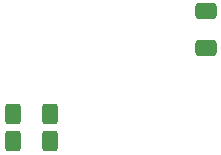
<source format=gbr>
%TF.GenerationSoftware,KiCad,Pcbnew,7.0.9-7.0.9~ubuntu20.04.1*%
%TF.CreationDate,2023-12-26T21:31:22+01:00*%
%TF.ProjectId,6303_PLCC_Addon,36333033-5f50-44c4-9343-5f4164646f6e,rev?*%
%TF.SameCoordinates,Original*%
%TF.FileFunction,Paste,Bot*%
%TF.FilePolarity,Positive*%
%FSLAX46Y46*%
G04 Gerber Fmt 4.6, Leading zero omitted, Abs format (unit mm)*
G04 Created by KiCad (PCBNEW 7.0.9-7.0.9~ubuntu20.04.1) date 2023-12-26 21:31:22*
%MOMM*%
%LPD*%
G01*
G04 APERTURE LIST*
G04 Aperture macros list*
%AMRoundRect*
0 Rectangle with rounded corners*
0 $1 Rounding radius*
0 $2 $3 $4 $5 $6 $7 $8 $9 X,Y pos of 4 corners*
0 Add a 4 corners polygon primitive as box body*
4,1,4,$2,$3,$4,$5,$6,$7,$8,$9,$2,$3,0*
0 Add four circle primitives for the rounded corners*
1,1,$1+$1,$2,$3*
1,1,$1+$1,$4,$5*
1,1,$1+$1,$6,$7*
1,1,$1+$1,$8,$9*
0 Add four rect primitives between the rounded corners*
20,1,$1+$1,$2,$3,$4,$5,0*
20,1,$1+$1,$4,$5,$6,$7,0*
20,1,$1+$1,$6,$7,$8,$9,0*
20,1,$1+$1,$8,$9,$2,$3,0*%
G04 Aperture macros list end*
%ADD10RoundRect,0.250000X0.650000X-0.412500X0.650000X0.412500X-0.650000X0.412500X-0.650000X-0.412500X0*%
%ADD11RoundRect,0.250000X0.400000X0.625000X-0.400000X0.625000X-0.400000X-0.625000X0.400000X-0.625000X0*%
G04 APERTURE END LIST*
D10*
%TO.C,C1*%
X209296004Y-68579995D03*
X209296004Y-65454995D03*
%TD*%
D11*
%TO.C,R1*%
X196088000Y-74168000D03*
X192988000Y-74168000D03*
%TD*%
%TO.C,R2*%
X196088000Y-76454000D03*
X192988000Y-76454000D03*
%TD*%
M02*

</source>
